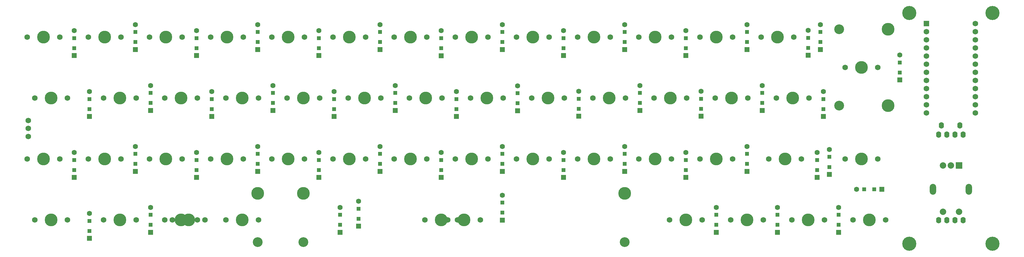
<source format=gts>
G04 #@! TF.GenerationSoftware,KiCad,Pcbnew,(5.1.10)-1*
G04 #@! TF.CreationDate,2022-03-21T16:41:14+02:00*
G04 #@! TF.ProjectId,Verdantrev01,56657264-616e-4747-9265-7630312e6b69,rev?*
G04 #@! TF.SameCoordinates,Original*
G04 #@! TF.FileFunction,Soldermask,Top*
G04 #@! TF.FilePolarity,Negative*
%FSLAX46Y46*%
G04 Gerber Fmt 4.6, Leading zero omitted, Abs format (unit mm)*
G04 Created by KiCad (PCBNEW (5.1.10)-1) date 2022-03-21 16:41:14*
%MOMM*%
%LPD*%
G01*
G04 APERTURE LIST*
%ADD10O,1.600000X2.000000*%
%ADD11C,2.000000*%
%ADD12O,2.000000X3.400000*%
%ADD13R,2.000000X2.000000*%
%ADD14R,1.752600X1.752600*%
%ADD15C,1.752600*%
%ADD16C,3.987800*%
%ADD17C,1.750000*%
%ADD18C,3.048000*%
%ADD19R,1.200000X1.200000*%
%ADD20R,1.600000X1.600000*%
%ADD21C,1.600000*%
%ADD22C,4.400000*%
G04 APERTURE END LIST*
D10*
X302944993Y-49574999D03*
X305484993Y-49574999D03*
X300404993Y-49574999D03*
X297864993Y-49574999D03*
X297864998Y-76324997D03*
X300404998Y-76324997D03*
X305484998Y-76324997D03*
X302944998Y-76324997D03*
D11*
X299174998Y-73674999D03*
X304174998Y-73674999D03*
D12*
X296074998Y-66674999D03*
X307274998Y-66674999D03*
D11*
X299174998Y-59174999D03*
X301674998Y-59174999D03*
D13*
X304174998Y-59174999D03*
D14*
X294054997Y-14859996D03*
D15*
X294054997Y-17399996D03*
X294054997Y-19939996D03*
X294054997Y-22479996D03*
X294054997Y-25019996D03*
X294054997Y-27559996D03*
X294054997Y-30099996D03*
X294054997Y-32639996D03*
X294054997Y-35179996D03*
X294054997Y-37719996D03*
X294054997Y-40259996D03*
X309294997Y-42799996D03*
X309294997Y-40259996D03*
X309294997Y-37719996D03*
X309294997Y-35179996D03*
X309294997Y-32639996D03*
X309294997Y-30099996D03*
X309294997Y-27559996D03*
X309294997Y-25019996D03*
X309294997Y-22479996D03*
X309294997Y-19939996D03*
X309294997Y-17399996D03*
X294054997Y-42799996D03*
X309294997Y-14859996D03*
D16*
X273843750Y-28575000D03*
D17*
X268763750Y-28575000D03*
X278923750Y-28575000D03*
D18*
X266858750Y-40513000D03*
X266858750Y-16637000D03*
D16*
X282098750Y-40513000D03*
X282098750Y-16637000D03*
X273843750Y-57150000D03*
D17*
X268763750Y-57150000D03*
X278923750Y-57150000D03*
X24130000Y-19050000D03*
X13970000Y-19050000D03*
D16*
X19050000Y-19050000D03*
D19*
X261937500Y-38430000D03*
X261937500Y-41580000D03*
D20*
X261937500Y-43905000D03*
D21*
X261937500Y-36105000D03*
X52387500Y-34200000D03*
D20*
X52387500Y-42000000D03*
D19*
X52387500Y-39675000D03*
X52387500Y-36525000D03*
D21*
X111442500Y-72300000D03*
D20*
X111442500Y-80100000D03*
D19*
X111442500Y-77775000D03*
X111442500Y-74625000D03*
D21*
X142875000Y-55155000D03*
D20*
X142875000Y-62955000D03*
D19*
X142875000Y-60630000D03*
X142875000Y-57480000D03*
D21*
X47625000Y-53250000D03*
D20*
X47625000Y-61050000D03*
D19*
X47625000Y-58725000D03*
X47625000Y-55575000D03*
D21*
X228600000Y-72300000D03*
D20*
X228600000Y-80100000D03*
D19*
X228600000Y-77775000D03*
X228600000Y-74625000D03*
X104775000Y-57480000D03*
X104775000Y-60630000D03*
D20*
X104775000Y-62955000D03*
D21*
X104775000Y-55155000D03*
X238125000Y-15150000D03*
D20*
X238125000Y-22950000D03*
D19*
X238125000Y-20625000D03*
X238125000Y-17475000D03*
X200025000Y-55575000D03*
X200025000Y-58725000D03*
D20*
X200025000Y-61050000D03*
D21*
X200025000Y-53250000D03*
X33337500Y-74205000D03*
D20*
X33337500Y-82005000D03*
D19*
X33337500Y-79680000D03*
X33337500Y-76530000D03*
D21*
X90487500Y-34200000D03*
D20*
X90487500Y-42000000D03*
D19*
X90487500Y-39675000D03*
X90487500Y-36525000D03*
D21*
X219075000Y-55155000D03*
D20*
X219075000Y-62955000D03*
D19*
X219075000Y-60630000D03*
X219075000Y-57480000D03*
D21*
X247650000Y-72300000D03*
D20*
X247650000Y-80100000D03*
D19*
X247650000Y-77775000D03*
X247650000Y-74625000D03*
X85725000Y-17475000D03*
X85725000Y-20625000D03*
D20*
X85725000Y-22950000D03*
D21*
X85725000Y-15150000D03*
X260985000Y-15150000D03*
D20*
X260985000Y-22950000D03*
D19*
X260985000Y-20625000D03*
X260985000Y-17475000D03*
D21*
X28575000Y-17055000D03*
D20*
X28575000Y-24855000D03*
D19*
X28575000Y-22530000D03*
X28575000Y-19380000D03*
X109537500Y-38430000D03*
X109537500Y-41580000D03*
D20*
X109537500Y-43905000D03*
D21*
X109537500Y-36105000D03*
X128587500Y-34200000D03*
D20*
X128587500Y-42000000D03*
D19*
X128587500Y-39675000D03*
X128587500Y-36525000D03*
X147637500Y-38430000D03*
X147637500Y-41580000D03*
D20*
X147637500Y-43905000D03*
D21*
X147637500Y-36105000D03*
X180975000Y-17055000D03*
D20*
X180975000Y-24855000D03*
D19*
X180975000Y-22530000D03*
X180975000Y-19380000D03*
D21*
X166687500Y-34268750D03*
D20*
X166687500Y-42068750D03*
D19*
X166687500Y-39743750D03*
X166687500Y-36593750D03*
X185737500Y-38340000D03*
X185737500Y-41490000D03*
D20*
X185737500Y-43815000D03*
D21*
X185737500Y-36015000D03*
X204787500Y-34200000D03*
D20*
X204787500Y-42000000D03*
D19*
X204787500Y-39675000D03*
X204787500Y-36525000D03*
X52387500Y-74625000D03*
X52387500Y-77775000D03*
D20*
X52387500Y-80100000D03*
D21*
X52387500Y-72300000D03*
X260032500Y-55155000D03*
D20*
X260032500Y-62955000D03*
D19*
X260032500Y-60630000D03*
X260032500Y-57480000D03*
D21*
X180975000Y-55155000D03*
D20*
X180975000Y-62955000D03*
D19*
X180975000Y-60630000D03*
X180975000Y-57480000D03*
X161925000Y-55575000D03*
X161925000Y-58725000D03*
D20*
X161925000Y-61050000D03*
D21*
X161925000Y-53250000D03*
X200025000Y-15150000D03*
D20*
X200025000Y-22950000D03*
D19*
X200025000Y-20625000D03*
X200025000Y-17475000D03*
D21*
X257175000Y-16965000D03*
D20*
X257175000Y-24765000D03*
D19*
X257175000Y-22440000D03*
X257175000Y-19290000D03*
D21*
X219075000Y-17055000D03*
D20*
X219075000Y-24855000D03*
D19*
X219075000Y-22530000D03*
X219075000Y-19380000D03*
X47625000Y-17475000D03*
X47625000Y-20625000D03*
D20*
X47625000Y-22950000D03*
D21*
X47625000Y-15150000D03*
D19*
X242887500Y-36525000D03*
X242887500Y-39675000D03*
D20*
X242887500Y-42000000D03*
D21*
X242887500Y-34200000D03*
D19*
X104775000Y-19380000D03*
X104775000Y-22530000D03*
D20*
X104775000Y-24855000D03*
D21*
X104775000Y-17055000D03*
D19*
X263842500Y-56527500D03*
X263842500Y-59677500D03*
D20*
X263842500Y-62002500D03*
D21*
X263842500Y-54202500D03*
D19*
X71437500Y-38430000D03*
X71437500Y-41580000D03*
D20*
X71437500Y-43905000D03*
D21*
X71437500Y-36105000D03*
D19*
X223837500Y-38340000D03*
X223837500Y-41490000D03*
D20*
X223837500Y-43815000D03*
D21*
X223837500Y-36015000D03*
D19*
X285750000Y-27000000D03*
X285750000Y-30150000D03*
D20*
X285750000Y-32475000D03*
D21*
X285750000Y-24675000D03*
D19*
X28575000Y-57480000D03*
X28575000Y-60630000D03*
D20*
X28575000Y-62955000D03*
D21*
X28575000Y-55155000D03*
D19*
X238125000Y-55575000D03*
X238125000Y-58725000D03*
D20*
X238125000Y-61050000D03*
D21*
X238125000Y-53250000D03*
D19*
X161925000Y-70815000D03*
X161925000Y-73965000D03*
D20*
X161925000Y-76290000D03*
D21*
X161925000Y-68490000D03*
D19*
X123825000Y-17475000D03*
X123825000Y-20625000D03*
D20*
X123825000Y-22950000D03*
D21*
X123825000Y-15150000D03*
X33337500Y-36105000D03*
D20*
X33337500Y-43905000D03*
D19*
X33337500Y-41580000D03*
X33337500Y-38430000D03*
X161925000Y-17475000D03*
X161925000Y-20625000D03*
D20*
X161925000Y-22950000D03*
D21*
X161925000Y-15150000D03*
D19*
X266700000Y-74625000D03*
X266700000Y-77775000D03*
D20*
X266700000Y-80100000D03*
D21*
X266700000Y-72300000D03*
X123825000Y-53250000D03*
D20*
X123825000Y-61050000D03*
D19*
X123825000Y-58725000D03*
X123825000Y-55575000D03*
X66675000Y-19380000D03*
X66675000Y-22530000D03*
D20*
X66675000Y-24855000D03*
D21*
X66675000Y-17055000D03*
X85725000Y-53250000D03*
D20*
X85725000Y-61050000D03*
D19*
X85725000Y-58725000D03*
X85725000Y-55575000D03*
X142875000Y-19392500D03*
X142875000Y-22542500D03*
D20*
X142875000Y-24867500D03*
D21*
X142875000Y-17067500D03*
D19*
X66675000Y-57480000D03*
X66675000Y-60630000D03*
D20*
X66675000Y-62955000D03*
D21*
X66675000Y-55155000D03*
D16*
X252412500Y-38100000D03*
D17*
X247332500Y-38100000D03*
X257492500Y-38100000D03*
D16*
X42862500Y-38100000D03*
D17*
X37782500Y-38100000D03*
X47942500Y-38100000D03*
X138430000Y-57150000D03*
X128270000Y-57150000D03*
D16*
X133350000Y-57150000D03*
X38100000Y-57150000D03*
D17*
X33020000Y-57150000D03*
X43180000Y-57150000D03*
D16*
X219075000Y-76200000D03*
D17*
X213995000Y-76200000D03*
X224155000Y-76200000D03*
D16*
X95250000Y-57150000D03*
D17*
X90170000Y-57150000D03*
X100330000Y-57150000D03*
X233680000Y-19050000D03*
X223520000Y-19050000D03*
D16*
X228600000Y-19050000D03*
X190500000Y-57150000D03*
D17*
X185420000Y-57150000D03*
X195580000Y-57150000D03*
X26511250Y-76200000D03*
X16351250Y-76200000D03*
D16*
X21431250Y-76200000D03*
X80962500Y-38100000D03*
D17*
X75882500Y-38100000D03*
X86042500Y-38100000D03*
D16*
X209550000Y-57150000D03*
D17*
X204470000Y-57150000D03*
X214630000Y-57150000D03*
X243205000Y-76200000D03*
X233045000Y-76200000D03*
D16*
X238125000Y-76200000D03*
D17*
X81280000Y-19050000D03*
X71120000Y-19050000D03*
D16*
X76200000Y-19050000D03*
X100012500Y-38100000D03*
D17*
X94932500Y-38100000D03*
X105092500Y-38100000D03*
X124142500Y-38100000D03*
X113982500Y-38100000D03*
D16*
X119062500Y-38100000D03*
X138112500Y-38100000D03*
D17*
X133032500Y-38100000D03*
X143192500Y-38100000D03*
X176530000Y-19050000D03*
X166370000Y-19050000D03*
D16*
X171450000Y-19050000D03*
X157162500Y-38100000D03*
D17*
X152082500Y-38100000D03*
X162242500Y-38100000D03*
X181292500Y-38100000D03*
X171132500Y-38100000D03*
D16*
X176212500Y-38100000D03*
D17*
X200342500Y-38100000D03*
X190182500Y-38100000D03*
D16*
X195262500Y-38100000D03*
X42862500Y-76200000D03*
D17*
X37782500Y-76200000D03*
X47942500Y-76200000D03*
X255111250Y-57150000D03*
X244951250Y-57150000D03*
D16*
X250031250Y-57150000D03*
D17*
X176530000Y-57150000D03*
X166370000Y-57150000D03*
D16*
X171450000Y-57150000D03*
X152400000Y-57150000D03*
D17*
X147320000Y-57150000D03*
X157480000Y-57150000D03*
X195580000Y-19050000D03*
X185420000Y-19050000D03*
D16*
X190500000Y-19050000D03*
D17*
X252730000Y-19050000D03*
X242570000Y-19050000D03*
D16*
X247650000Y-19050000D03*
X209550000Y-19050000D03*
D17*
X204470000Y-19050000D03*
X214630000Y-19050000D03*
X43180000Y-19050000D03*
X33020000Y-19050000D03*
D16*
X38100000Y-19050000D03*
D17*
X238442500Y-38100000D03*
X228282500Y-38100000D03*
D16*
X233362500Y-38100000D03*
D17*
X100330000Y-19050000D03*
X90170000Y-19050000D03*
D16*
X95250000Y-19050000D03*
D17*
X281305000Y-76200000D03*
X271145000Y-76200000D03*
D16*
X276225000Y-76200000D03*
D17*
X66992500Y-38100000D03*
X56832500Y-38100000D03*
D16*
X61912500Y-38100000D03*
X214312500Y-38100000D03*
D17*
X209232500Y-38100000D03*
X219392500Y-38100000D03*
D16*
X19050000Y-57150000D03*
D17*
X13970000Y-57150000D03*
X24130000Y-57150000D03*
D16*
X228600000Y-57150000D03*
D17*
X223520000Y-57150000D03*
X233680000Y-57150000D03*
D16*
X114300000Y-19050000D03*
D17*
X109220000Y-19050000D03*
X119380000Y-19050000D03*
D16*
X21431250Y-38100000D03*
D17*
X16351250Y-38100000D03*
X26511250Y-38100000D03*
D16*
X152400000Y-19050000D03*
D17*
X147320000Y-19050000D03*
X157480000Y-19050000D03*
X262255000Y-76200000D03*
X252095000Y-76200000D03*
D16*
X257175000Y-76200000D03*
X114300000Y-57150000D03*
D17*
X109220000Y-57150000D03*
X119380000Y-57150000D03*
D16*
X57150000Y-19050000D03*
D17*
X52070000Y-19050000D03*
X62230000Y-19050000D03*
X81280000Y-57150000D03*
X71120000Y-57150000D03*
D16*
X76200000Y-57150000D03*
D17*
X138430000Y-19050000D03*
X128270000Y-19050000D03*
D16*
X133350000Y-19050000D03*
D17*
X62230000Y-57150000D03*
X52070000Y-57150000D03*
D16*
X57150000Y-57150000D03*
D17*
X14287500Y-50125000D03*
X14287500Y-47625000D03*
X14287500Y-45125000D03*
D22*
X288724999Y-83700003D03*
X314624998Y-11550000D03*
X314624999Y-83700003D03*
X288724998Y-11549997D03*
D19*
X274650000Y-66675000D03*
X277800000Y-66675000D03*
D20*
X280125000Y-66675000D03*
D21*
X272325000Y-66675000D03*
D19*
X117157500Y-72720000D03*
X117157500Y-75870000D03*
D20*
X117157500Y-78195000D03*
D21*
X117157500Y-70395000D03*
D17*
X66992500Y-76200000D03*
X56832500Y-76200000D03*
D16*
X61912500Y-76200000D03*
D17*
X59212500Y-76200000D03*
X69372500Y-76200000D03*
D16*
X64292500Y-76200000D03*
D17*
X86042500Y-76200000D03*
X75882500Y-76200000D03*
D16*
X80962500Y-76200000D03*
X200025000Y-67945000D03*
X85725000Y-67945000D03*
D18*
X200025000Y-83185000D03*
X85725000Y-83185000D03*
D17*
X147955000Y-76200000D03*
X137795000Y-76200000D03*
D16*
X142875000Y-76200000D03*
D18*
X100023100Y-83182500D03*
D16*
X100023100Y-67942500D03*
D17*
X144943000Y-76197500D03*
X155103000Y-76197500D03*
D16*
X200022900Y-67942500D03*
D18*
X200022900Y-83182500D03*
D16*
X150023000Y-76197500D03*
D10*
X298742500Y-46672500D03*
X304457500Y-46672500D03*
M02*

</source>
